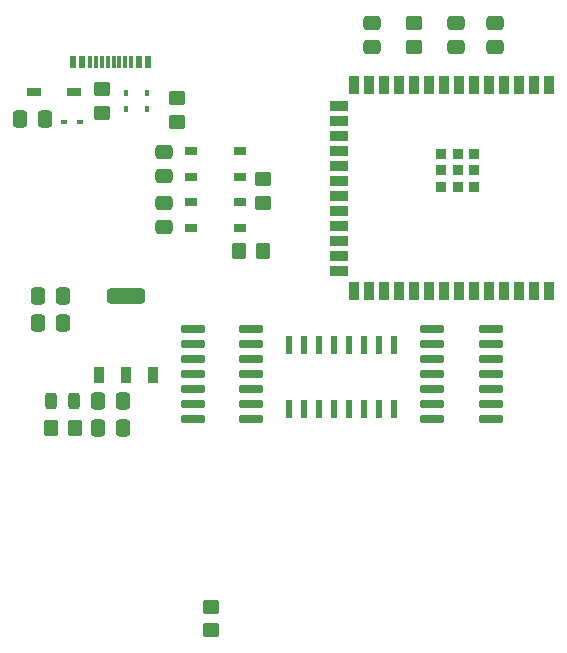
<source format=gbr>
%TF.GenerationSoftware,KiCad,Pcbnew,8.0.0*%
%TF.CreationDate,2024-04-15T20:03:37+02:00*%
%TF.ProjectId,MuntsorteerderESP,4d756e74-736f-4727-9465-657264657245,rev?*%
%TF.SameCoordinates,Original*%
%TF.FileFunction,Paste,Top*%
%TF.FilePolarity,Positive*%
%FSLAX46Y46*%
G04 Gerber Fmt 4.6, Leading zero omitted, Abs format (unit mm)*
G04 Created by KiCad (PCBNEW 8.0.0) date 2024-04-15 20:03:37*
%MOMM*%
%LPD*%
G01*
G04 APERTURE LIST*
G04 Aperture macros list*
%AMRoundRect*
0 Rectangle with rounded corners*
0 $1 Rounding radius*
0 $2 $3 $4 $5 $6 $7 $8 $9 X,Y pos of 4 corners*
0 Add a 4 corners polygon primitive as box body*
4,1,4,$2,$3,$4,$5,$6,$7,$8,$9,$2,$3,0*
0 Add four circle primitives for the rounded corners*
1,1,$1+$1,$2,$3*
1,1,$1+$1,$4,$5*
1,1,$1+$1,$6,$7*
1,1,$1+$1,$8,$9*
0 Add four rect primitives between the rounded corners*
20,1,$1+$1,$2,$3,$4,$5,0*
20,1,$1+$1,$4,$5,$6,$7,0*
20,1,$1+$1,$6,$7,$8,$9,0*
20,1,$1+$1,$8,$9,$2,$3,0*%
G04 Aperture macros list end*
%ADD10RoundRect,0.250000X-0.337500X-0.475000X0.337500X-0.475000X0.337500X0.475000X-0.337500X0.475000X0*%
%ADD11R,0.400000X0.480000*%
%ADD12RoundRect,0.250000X0.475000X-0.337500X0.475000X0.337500X-0.475000X0.337500X-0.475000X-0.337500X0*%
%ADD13RoundRect,0.250000X0.337500X0.475000X-0.337500X0.475000X-0.337500X-0.475000X0.337500X-0.475000X0*%
%ADD14RoundRect,0.250000X0.350000X0.450000X-0.350000X0.450000X-0.350000X-0.450000X0.350000X-0.450000X0*%
%ADD15RoundRect,0.243750X0.243750X0.456250X-0.243750X0.456250X-0.243750X-0.456250X0.243750X-0.456250X0*%
%ADD16R,0.900000X1.500000*%
%ADD17R,1.500000X0.900000*%
%ADD18R,0.900000X0.900000*%
%ADD19RoundRect,0.250000X0.450000X-0.350000X0.450000X0.350000X-0.450000X0.350000X-0.450000X-0.350000X0*%
%ADD20R,0.480000X0.400000*%
%ADD21RoundRect,0.090000X0.895000X0.210000X-0.895000X0.210000X-0.895000X-0.210000X0.895000X-0.210000X0*%
%ADD22RoundRect,0.065100X0.399900X-0.589900X0.399900X0.589900X-0.399900X0.589900X-0.399900X-0.589900X0*%
%ADD23RoundRect,0.314400X1.305600X-0.340600X1.305600X0.340600X-1.305600X0.340600X-1.305600X-0.340600X0*%
%ADD24RoundRect,0.250000X-0.450000X0.350000X-0.450000X-0.350000X0.450000X-0.350000X0.450000X0.350000X0*%
%ADD25R,0.600000X1.140000*%
%ADD26R,0.300000X1.140000*%
%ADD27R,1.050000X0.650000*%
%ADD28R,1.210000X0.730000*%
%ADD29RoundRect,0.039900X-0.245100X0.755100X-0.245100X-0.755100X0.245100X-0.755100X0.245100X0.755100X0*%
G04 APERTURE END LIST*
D10*
%TO.C,C6*%
X129264500Y-55118000D03*
X131339500Y-55118000D03*
%TD*%
D11*
%TO.C,D4*%
X136652000Y-36982000D03*
X136652000Y-35662000D03*
%TD*%
%TO.C,D3*%
X138430000Y-36982000D03*
X138430000Y-35662000D03*
%TD*%
D12*
%TO.C,C10*%
X139911000Y-42693500D03*
X139911000Y-40618500D03*
%TD*%
D13*
%TO.C,C7*%
X136419500Y-61722000D03*
X134344500Y-61722000D03*
%TD*%
D14*
%TO.C,R4*%
X132318000Y-64008000D03*
X130318000Y-64008000D03*
%TD*%
D13*
%TO.C,C8*%
X136419500Y-64008000D03*
X134344500Y-64008000D03*
%TD*%
D15*
%TO.C,D5*%
X132235500Y-61702000D03*
X130360500Y-61702000D03*
%TD*%
D16*
%TO.C,U1*%
X172466000Y-34938000D03*
X171196000Y-34938000D03*
X169926000Y-34938000D03*
X168656000Y-34938000D03*
X167386000Y-34938000D03*
X166116000Y-34938000D03*
X164846000Y-34938000D03*
X163576000Y-34938000D03*
X162306000Y-34938000D03*
X161036000Y-34938000D03*
X159766000Y-34938000D03*
X158496000Y-34938000D03*
X157226000Y-34938000D03*
X155956000Y-34938000D03*
D17*
X154706000Y-36703000D03*
X154706000Y-37973000D03*
X154706000Y-39243000D03*
X154706000Y-40513000D03*
X154706000Y-41783000D03*
X154706000Y-43053000D03*
X154706000Y-44323000D03*
X154706000Y-45593000D03*
X154706000Y-46863000D03*
X154706000Y-48133000D03*
X154706000Y-49403000D03*
X154706000Y-50673000D03*
D16*
X155956000Y-52438000D03*
X157226000Y-52438000D03*
X158496000Y-52438000D03*
X159766000Y-52438000D03*
X161036000Y-52438000D03*
X162306000Y-52438000D03*
X163576000Y-52438000D03*
X164846000Y-52438000D03*
X166116000Y-52438000D03*
X167386000Y-52438000D03*
X168656000Y-52438000D03*
X169926000Y-52438000D03*
X171196000Y-52438000D03*
X172466000Y-52438000D03*
D18*
X164746000Y-42188000D03*
X164746000Y-40788000D03*
X164746000Y-43588000D03*
X163346000Y-40788000D03*
X163346000Y-42188000D03*
X163346000Y-43588000D03*
X166146000Y-40788000D03*
X166146000Y-42188000D03*
X166146000Y-43588000D03*
%TD*%
D10*
%TO.C,C4*%
X127740500Y-37846000D03*
X129815500Y-37846000D03*
%TD*%
D12*
%TO.C,C2*%
X167894000Y-31750000D03*
X167894000Y-29675000D03*
%TD*%
D14*
%TO.C,R5*%
X148277000Y-49022000D03*
X146277000Y-49022000D03*
%TD*%
D19*
%TO.C,R1*%
X161036000Y-31712500D03*
X161036000Y-29712500D03*
%TD*%
D20*
%TO.C,D2*%
X131420000Y-38100000D03*
X132740000Y-38100000D03*
%TD*%
D21*
%TO.C,U5*%
X147258500Y-63246000D03*
X147258500Y-61976000D03*
X147258500Y-60706000D03*
X147258500Y-59436000D03*
X147258500Y-58166000D03*
X147258500Y-56896000D03*
X147258500Y-55626000D03*
X142308500Y-55626000D03*
X142308500Y-56896000D03*
X142308500Y-58166000D03*
X142308500Y-59436000D03*
X142308500Y-60706000D03*
X142308500Y-61976000D03*
X142308500Y-63246000D03*
%TD*%
D22*
%TO.C,U2*%
X134407500Y-59524500D03*
X136697500Y-59524500D03*
X138987500Y-59524500D03*
D23*
X136697500Y-52834500D03*
%TD*%
D21*
%TO.C,U4*%
X167575000Y-63249500D03*
X167575000Y-61979500D03*
X167575000Y-60709500D03*
X167575000Y-59439500D03*
X167575000Y-58169500D03*
X167575000Y-56899500D03*
X167575000Y-55629500D03*
X162625000Y-55629500D03*
X162625000Y-56899500D03*
X162625000Y-58169500D03*
X162625000Y-59439500D03*
X162625000Y-60709500D03*
X162625000Y-61979500D03*
X162625000Y-63249500D03*
%TD*%
D24*
%TO.C,R2*%
X140970000Y-36084000D03*
X140970000Y-38084000D03*
%TD*%
D25*
%TO.C,J1*%
X138575000Y-33020000D03*
X137775000Y-33020000D03*
D26*
X136625000Y-33020000D03*
X135625000Y-33020000D03*
X135125000Y-33020000D03*
X134125000Y-33020000D03*
D25*
X132175000Y-33020000D03*
X132975000Y-33020000D03*
D26*
X133625000Y-33020000D03*
X134625000Y-33020000D03*
X136125000Y-33020000D03*
X137125000Y-33020000D03*
%TD*%
D24*
%TO.C,R3*%
X134620000Y-35322000D03*
X134620000Y-37322000D03*
%TD*%
D19*
%TO.C,R6*%
X148293000Y-44942000D03*
X148293000Y-42942000D03*
%TD*%
D12*
%TO.C,C9*%
X139911000Y-47011500D03*
X139911000Y-44936500D03*
%TD*%
D27*
%TO.C,SW2*%
X142154000Y-40581000D03*
X146304000Y-40581000D03*
X142154000Y-42731000D03*
X146304000Y-42731000D03*
%TD*%
D12*
%TO.C,C1*%
X157480000Y-31750000D03*
X157480000Y-29675000D03*
%TD*%
D10*
%TO.C,C5*%
X129264500Y-52832000D03*
X131339500Y-52832000D03*
%TD*%
D28*
%TO.C,D1*%
X132236000Y-35560000D03*
X128876000Y-35560000D03*
%TD*%
D24*
%TO.C,R7*%
X143891000Y-79137000D03*
X143891000Y-81137000D03*
%TD*%
D29*
%TO.C,U3*%
X159388500Y-56980000D03*
X158118500Y-56980000D03*
X156848500Y-56980000D03*
X155578500Y-56980000D03*
X154308500Y-56980000D03*
X153038500Y-56980000D03*
X151768500Y-56980000D03*
X150498500Y-56980000D03*
X150498500Y-62400000D03*
X151768500Y-62400000D03*
X153038500Y-62400000D03*
X154308500Y-62400000D03*
X155578500Y-62400000D03*
X156848500Y-62400000D03*
X158118500Y-62400000D03*
X159388500Y-62400000D03*
%TD*%
D12*
%TO.C,C3*%
X164592000Y-31750000D03*
X164592000Y-29675000D03*
%TD*%
D27*
%TO.C,SW1*%
X142154000Y-44899000D03*
X146304000Y-44899000D03*
X142154000Y-47049000D03*
X146304000Y-47049000D03*
%TD*%
M02*

</source>
